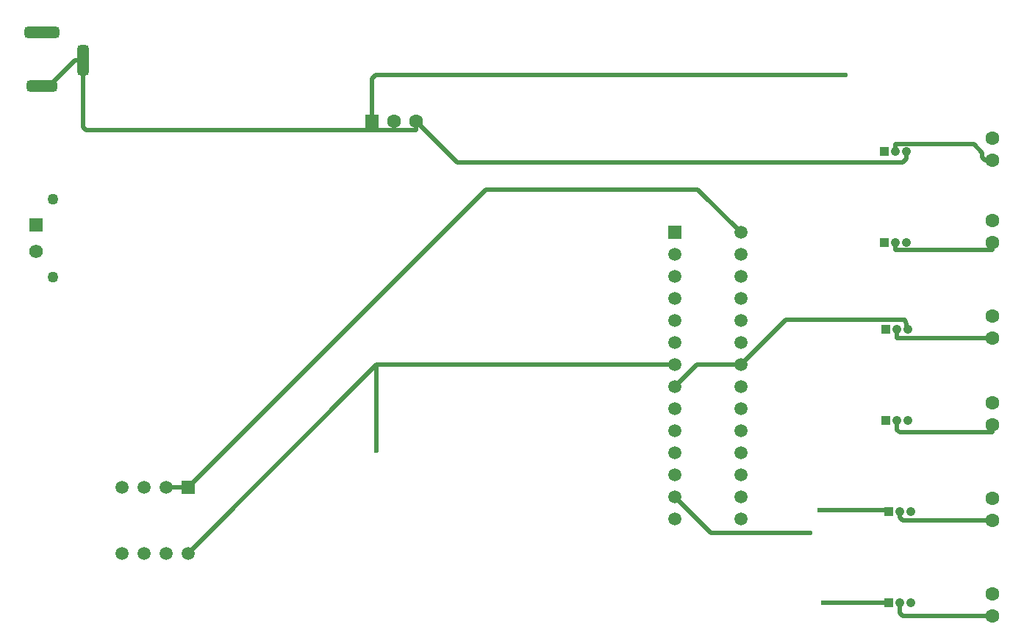
<source format=gbl>
G04*
G04 #@! TF.GenerationSoftware,Altium Limited,Altium Designer,21.2.2 (38)*
G04*
G04 Layer_Physical_Order=2*
G04 Layer_Color=16711680*
%FSLAX25Y25*%
%MOIN*%
G70*
G04*
G04 #@! TF.SameCoordinates,D655011B-D58E-49C3-9971-1785A8161550*
G04*
G04*
G04 #@! TF.FilePolarity,Positive*
G04*
G01*
G75*
%ADD43R,0.06181X0.06181*%
%ADD44C,0.06181*%
%ADD45C,0.05000*%
%ADD54C,0.01968*%
G04:AMPARAMS|DCode=57|XSize=157.48mil|YSize=51.18mil|CornerRadius=12.8mil|HoleSize=0mil|Usage=FLASHONLY|Rotation=180.000|XOffset=0mil|YOffset=0mil|HoleType=Round|Shape=RoundedRectangle|*
%AMROUNDEDRECTD57*
21,1,0.15748,0.02559,0,0,180.0*
21,1,0.13189,0.05118,0,0,180.0*
1,1,0.02559,-0.06594,0.01280*
1,1,0.02559,0.06594,0.01280*
1,1,0.02559,0.06594,-0.01280*
1,1,0.02559,-0.06594,-0.01280*
%
%ADD57ROUNDEDRECTD57*%
G04:AMPARAMS|DCode=58|XSize=137.8mil|YSize=51.18mil|CornerRadius=12.8mil|HoleSize=0mil|Usage=FLASHONLY|Rotation=180.000|XOffset=0mil|YOffset=0mil|HoleType=Round|Shape=RoundedRectangle|*
%AMROUNDEDRECTD58*
21,1,0.13780,0.02559,0,0,180.0*
21,1,0.11221,0.05118,0,0,180.0*
1,1,0.02559,-0.05610,0.01280*
1,1,0.02559,0.05610,0.01280*
1,1,0.02559,0.05610,-0.01280*
1,1,0.02559,-0.05610,-0.01280*
%
%ADD58ROUNDEDRECTD58*%
G04:AMPARAMS|DCode=59|XSize=137.8mil|YSize=51.18mil|CornerRadius=12.8mil|HoleSize=0mil|Usage=FLASHONLY|Rotation=270.000|XOffset=0mil|YOffset=0mil|HoleType=Round|Shape=RoundedRectangle|*
%AMROUNDEDRECTD59*
21,1,0.13780,0.02559,0,0,270.0*
21,1,0.11221,0.05118,0,0,270.0*
1,1,0.02559,-0.01280,-0.05610*
1,1,0.02559,-0.01280,0.05610*
1,1,0.02559,0.01280,0.05610*
1,1,0.02559,0.01280,-0.05610*
%
%ADD59ROUNDEDRECTD59*%
%ADD60R,0.06299X0.06299*%
%ADD61C,0.06299*%
%ADD62R,0.04134X0.04134*%
%ADD63C,0.04134*%
%ADD64C,0.05906*%
%ADD65R,0.05906X0.05906*%
%ADD66R,0.05906X0.05906*%
%ADD67C,0.02362*%
D43*
X60295Y246063D02*
D03*
D44*
Y234252D02*
D03*
D45*
X68012Y257874D02*
D03*
Y222441D02*
D03*
D54*
X449982Y234990D02*
X494095D01*
X415590Y116690D02*
X446850D01*
X232598Y293307D02*
X251316Y274590D01*
X453140D01*
X454882Y276332D01*
Y279528D01*
X454390Y203090D02*
X455787Y198819D01*
X400255Y203090D02*
X454390D01*
X379921Y182756D02*
X400255Y203090D01*
X359921Y182756D02*
X379921D01*
X349921Y172756D02*
X359921Y182756D01*
X81496Y290640D02*
Y320866D01*
Y290640D02*
X83046Y289090D01*
X232498D01*
X232598Y289190D01*
Y293307D01*
X78101Y320866D02*
X81496D01*
X66290Y309055D02*
X78101Y320866D01*
X62992Y309055D02*
X66290D01*
X129173Y97205D02*
X214724Y182756D01*
X349921D01*
X214690Y143701D02*
X214724Y182756D01*
X119173Y127205D02*
X129173D01*
X264258Y262290D01*
X360388D01*
X379921Y242756D01*
X449882Y279528D02*
Y282590D01*
X449982Y282690D01*
X485640D01*
X489390Y278940D01*
Y276841D02*
Y278940D01*
Y276841D02*
X490640Y275591D01*
X494095D01*
X449882Y235090D02*
Y238189D01*
Y235090D02*
X449982Y234990D01*
X494095D02*
Y238189D01*
X450787Y194984D02*
Y198819D01*
Y194984D02*
X450890Y194882D01*
X494095D01*
X450787Y153140D02*
Y157480D01*
Y153140D02*
X451837Y152090D01*
X493995D01*
X494095Y152190D01*
Y155512D01*
X451850Y113494D02*
Y116142D01*
Y113494D02*
X453140Y112205D01*
X494095D01*
X451850Y70187D02*
Y74803D01*
Y70187D02*
X453140Y68898D01*
X494095D01*
X349921Y122756D02*
X366188Y106490D01*
X411417D01*
X446850Y116142D02*
Y116690D01*
X417290Y74790D02*
X417303Y74803D01*
X446850D01*
X212598Y293307D02*
Y312498D01*
X214390Y314290D01*
X427165D01*
D57*
X62992Y333465D02*
D03*
D58*
Y309055D02*
D03*
D59*
X81496Y320866D02*
D03*
D60*
X212598Y293307D02*
D03*
D61*
X222598D02*
D03*
X232598D02*
D03*
X494095Y285591D02*
D03*
Y275591D02*
D03*
Y248189D02*
D03*
Y238189D02*
D03*
Y204882D02*
D03*
Y194882D02*
D03*
Y165512D02*
D03*
Y155512D02*
D03*
Y122205D02*
D03*
Y112205D02*
D03*
Y78898D02*
D03*
Y68898D02*
D03*
D62*
X444882Y279528D02*
D03*
Y238189D02*
D03*
X445787Y198819D02*
D03*
Y157480D02*
D03*
X446850Y116142D02*
D03*
Y74803D02*
D03*
D63*
X449882Y279528D02*
D03*
X454882D02*
D03*
X449882Y238189D02*
D03*
X454882D02*
D03*
X450787Y198819D02*
D03*
X455787D02*
D03*
X450787Y157480D02*
D03*
X455787D02*
D03*
X451850Y116142D02*
D03*
X456850D02*
D03*
X451850Y74803D02*
D03*
X456850D02*
D03*
D64*
X379921Y112756D02*
D03*
Y122756D02*
D03*
Y132756D02*
D03*
Y142756D02*
D03*
Y152756D02*
D03*
Y162756D02*
D03*
Y172756D02*
D03*
Y182756D02*
D03*
Y192756D02*
D03*
Y202756D02*
D03*
Y212756D02*
D03*
Y222756D02*
D03*
Y232756D02*
D03*
Y242756D02*
D03*
X349921Y112756D02*
D03*
Y122756D02*
D03*
Y132756D02*
D03*
Y142756D02*
D03*
Y152756D02*
D03*
Y162756D02*
D03*
Y172756D02*
D03*
Y182756D02*
D03*
Y192756D02*
D03*
Y202756D02*
D03*
Y212756D02*
D03*
Y222756D02*
D03*
Y232756D02*
D03*
X99173Y97205D02*
D03*
X109173D02*
D03*
X119173D02*
D03*
X129173D02*
D03*
X99173Y127205D02*
D03*
X109173D02*
D03*
X119173D02*
D03*
D65*
X349921Y242756D02*
D03*
D66*
X129173Y127205D02*
D03*
D67*
X214690Y143701D02*
D03*
X411417Y106490D02*
D03*
X415590Y116690D02*
D03*
X417290Y74790D02*
D03*
X427165Y314290D02*
D03*
M02*

</source>
